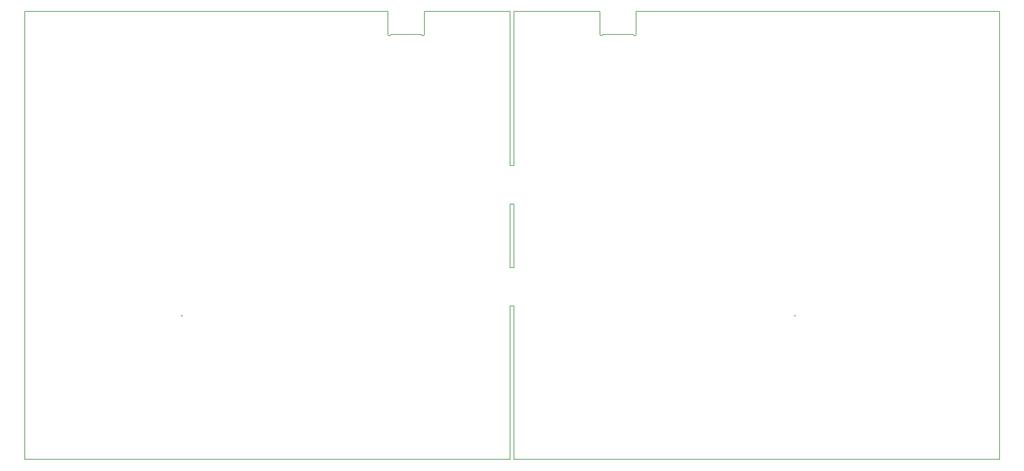
<source format=gbr>
G04 #@! TF.GenerationSoftware,KiCad,Pcbnew,(5.0.0)*
G04 #@! TF.CreationDate,2018-09-14T16:20:53+02:00*
G04 #@! TF.ProjectId,FNH35_rev1,464E4833355F726576312E6B69636164,rev?*
G04 #@! TF.SameCoordinates,Original*
G04 #@! TF.FileFunction,Profile,NP*
%FSLAX46Y46*%
G04 Gerber Fmt 4.6, Leading zero omitted, Abs format (unit mm)*
G04 Created by KiCad (PCBNEW (5.0.0)) date 09/14/18 16:20:53*
%MOMM*%
%LPD*%
G01*
G04 APERTURE LIST*
%ADD10C,0.150000*%
%ADD11C,0.050000*%
G04 APERTURE END LIST*
D10*
X15652750Y-69215000D02*
X16668750Y-69215000D01*
X15652750Y-85725000D02*
X15652750Y-69215000D01*
X16668750Y-85725000D02*
X15652750Y-85725000D01*
X16668750Y-69215000D02*
X16668750Y-85725000D01*
X16668750Y-95758000D02*
X16668750Y-135763000D01*
X15652750Y-95758000D02*
X16668750Y-95758000D01*
X15652750Y-135763000D02*
X15652750Y-95758000D01*
X16668750Y-59182000D02*
X16668750Y-19050000D01*
X15652750Y-59182000D02*
X16668750Y-59182000D01*
X15652750Y-19050000D02*
X15652750Y-59182000D01*
X-16101250Y-19050000D02*
X-110531250Y-19050000D01*
X-110537500Y-135731250D02*
X15668750Y-135731250D01*
X-15291250Y-25030000D02*
X-15291250Y-25040000D01*
X-6671250Y-19050000D02*
X15668750Y-19050000D01*
X-16101250Y-25030000D02*
G75*
G03X-15301250Y-25030000I400000J0D01*
G01*
X-16101250Y-25010000D02*
X-16101250Y-19050000D01*
X-7441250Y-25020000D02*
X-15291250Y-25030000D01*
X-7451250Y-25010000D02*
G75*
G03X-6651250Y-25010000I400000J0D01*
G01*
X-6641250Y-25010000D02*
X-6641250Y-25020000D01*
X-6661250Y-25020000D02*
X-6671250Y-19050000D01*
X-110537500Y-19050000D02*
X-110537500Y-135731250D01*
X142875000Y-135731250D02*
X16668750Y-135731250D01*
X38978750Y-25010000D02*
X38978750Y-25020000D01*
X39778750Y-25020000D02*
X47628750Y-25030000D01*
X47628750Y-25030000D02*
X47628750Y-25040000D01*
X39788750Y-25010000D02*
G75*
G02X38988750Y-25010000I-400000J0D01*
G01*
X39008750Y-19050000D02*
X16668750Y-19050000D01*
X38998750Y-25020000D02*
X39008750Y-19050000D01*
X142875000Y-19050000D02*
X142875000Y-135731250D01*
X48438750Y-19050000D02*
X142868750Y-19050000D01*
X48438750Y-25010000D02*
X48438750Y-19050000D01*
X48438750Y-25030000D02*
G75*
G02X47638750Y-25030000I-400000J0D01*
G01*
G04 #@! TO.C,U102*
D11*
X-69724873Y-98051832D02*
X-69724873Y-98289928D01*
X-69962968Y-98194690D02*
X-69724873Y-98289928D01*
X-69486777Y-98194690D01*
X-69867730Y-98480404D02*
X-69724873Y-98289928D01*
X-69582015Y-98480404D01*
G04 #@! TO.C,U1*
X89635427Y-98051832D02*
X89635427Y-98289928D01*
X89397331Y-98194690D02*
X89635427Y-98289928D01*
X89873522Y-98194690D01*
X89492569Y-98480404D02*
X89635427Y-98289928D01*
X89778284Y-98480404D01*
G04 #@! TD*
M02*

</source>
